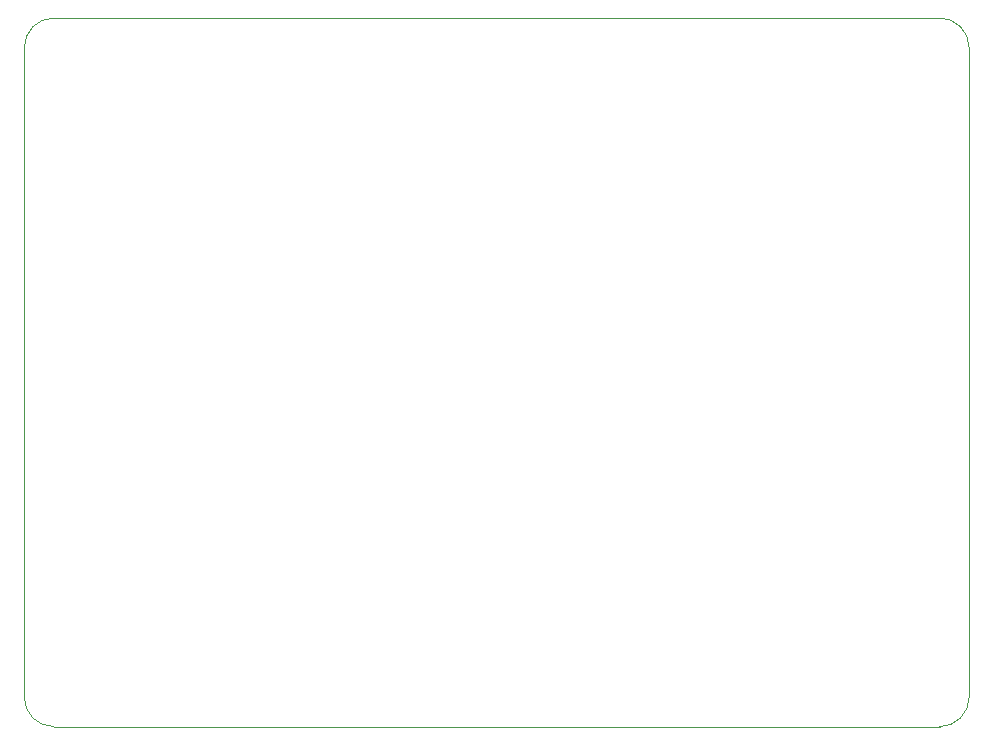
<source format=gbr>
%TF.GenerationSoftware,KiCad,Pcbnew,(6.0.6)*%
%TF.CreationDate,2022-08-28T11:43:10+01:00*%
%TF.ProjectId,task,7461736b-2e6b-4696-9361-645f70636258,rev?*%
%TF.SameCoordinates,Original*%
%TF.FileFunction,Profile,NP*%
%FSLAX46Y46*%
G04 Gerber Fmt 4.6, Leading zero omitted, Abs format (unit mm)*
G04 Created by KiCad (PCBNEW (6.0.6)) date 2022-08-28 11:43:10*
%MOMM*%
%LPD*%
G01*
G04 APERTURE LIST*
%TA.AperFunction,Profile*%
%ADD10C,0.100000*%
%TD*%
G04 APERTURE END LIST*
D10*
X202500000Y-145000000D02*
X127500000Y-145000000D01*
X205000000Y-87500000D02*
G75*
G03*
X202500000Y-85000000I-2500000J0D01*
G01*
X125000000Y-142500000D02*
X125000000Y-87500000D01*
X202500000Y-145000000D02*
G75*
G03*
X205000000Y-142500000I0J2500000D01*
G01*
X127500000Y-85000000D02*
G75*
G03*
X125000000Y-87500000I0J-2500000D01*
G01*
X205000000Y-87500000D02*
X205000000Y-142500000D01*
X125000000Y-142500000D02*
G75*
G03*
X127500000Y-145000000I2500000J0D01*
G01*
X127500000Y-85000000D02*
X202500000Y-85000000D01*
M02*

</source>
